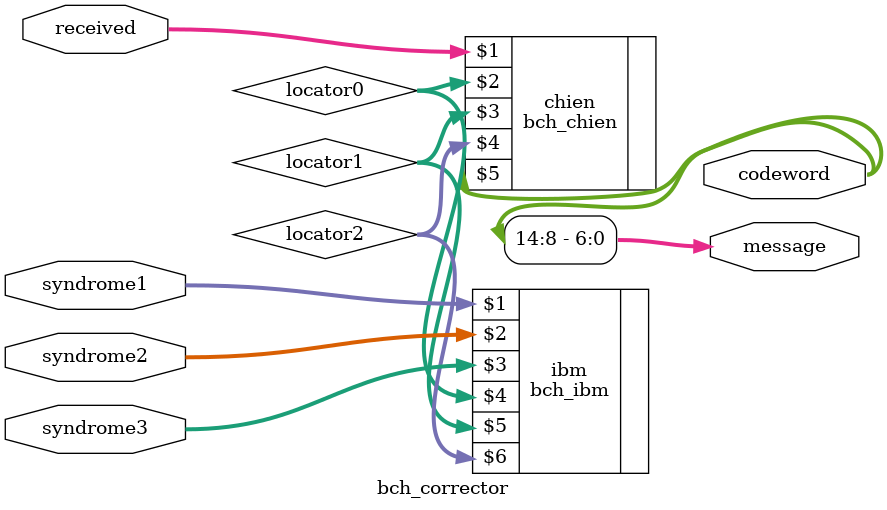
<source format=v>
module bch_corrector(received, syndrome1, syndrome2, syndrome3, codeword, message);
  input [14:0] received;
  input [3:0] syndrome1;
  input [3:0] syndrome2;
  input [3:0] syndrome3;
  output [14:0] codeword;
  output [6:0] message;

  wire [3:0] locator0;
  wire [3:0] locator1;
  wire [3:0] locator2;

  bch_ibm ibm(syndrome1, syndrome2, syndrome3, locator0, locator1, locator2);
  bch_chien chien(received, locator0, locator1, locator2, codeword);

  assign message = codeword[14:8];
endmodule

</source>
